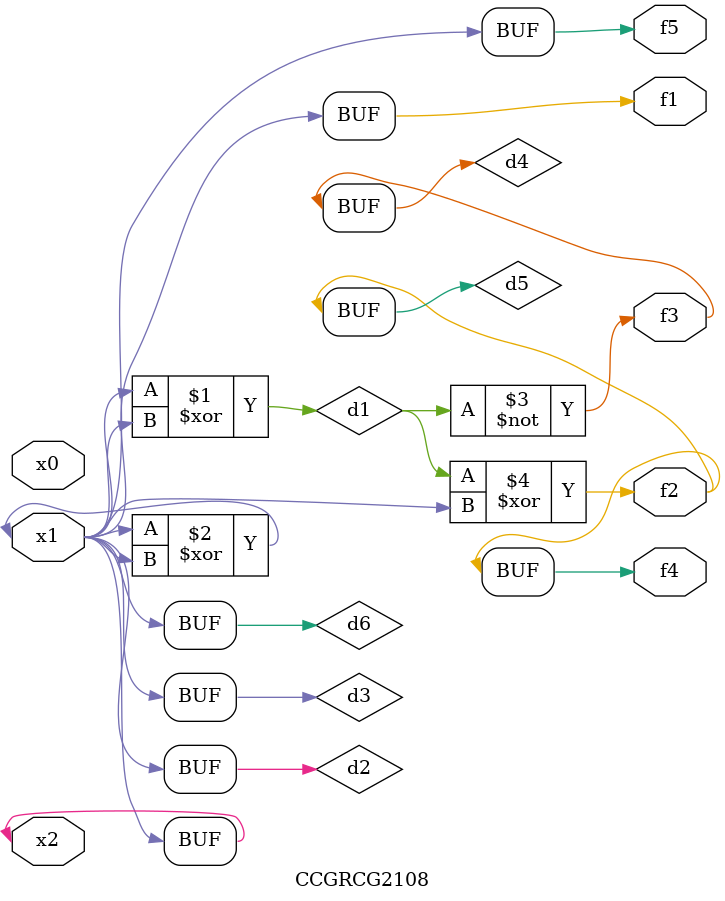
<source format=v>
module CCGRCG2108(
	input x0, x1, x2,
	output f1, f2, f3, f4, f5
);

	wire d1, d2, d3, d4, d5, d6;

	xor (d1, x1, x2);
	buf (d2, x1, x2);
	xor (d3, x1, x2);
	nor (d4, d1);
	xor (d5, d1, d2);
	buf (d6, d2, d3);
	assign f1 = d6;
	assign f2 = d5;
	assign f3 = d4;
	assign f4 = d5;
	assign f5 = d6;
endmodule

</source>
